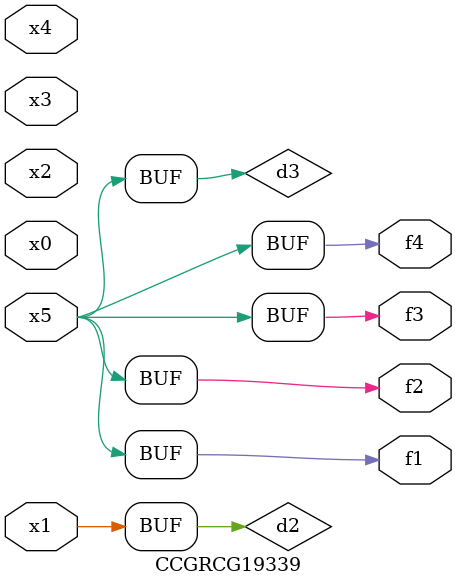
<source format=v>
module CCGRCG19339(
	input x0, x1, x2, x3, x4, x5,
	output f1, f2, f3, f4
);

	wire d1, d2, d3;

	not (d1, x5);
	or (d2, x1);
	xnor (d3, d1);
	assign f1 = d3;
	assign f2 = d3;
	assign f3 = d3;
	assign f4 = d3;
endmodule

</source>
